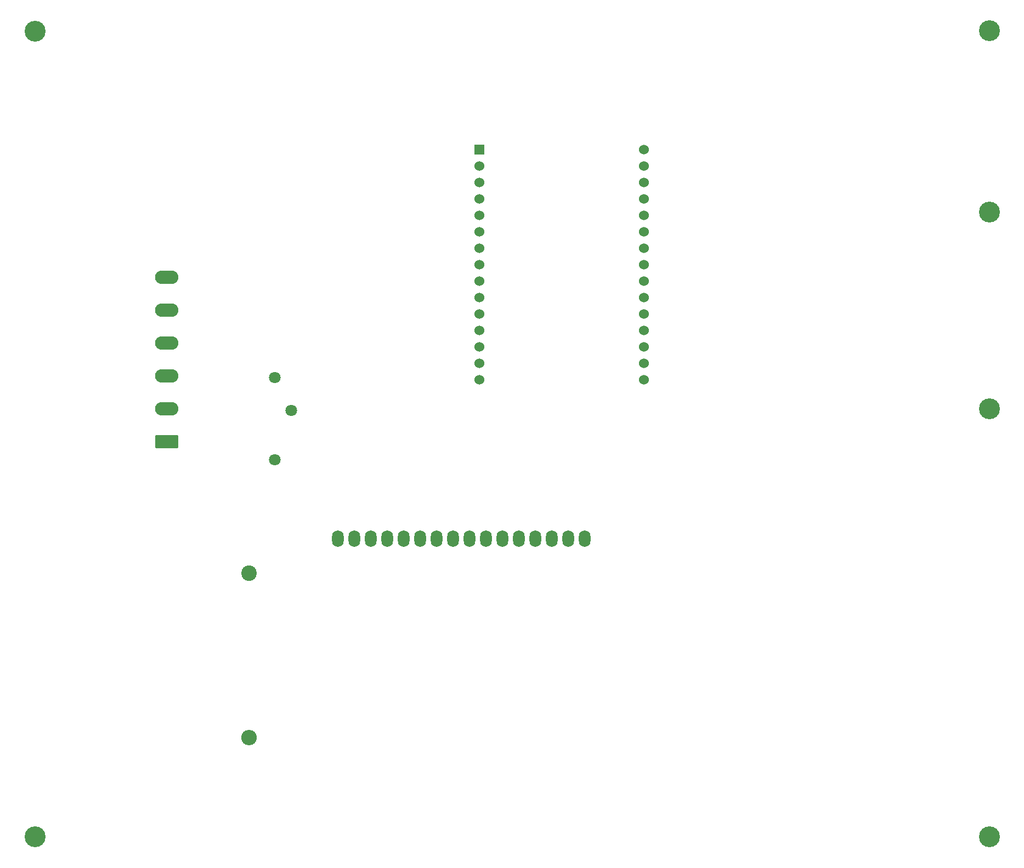
<source format=gts>
%TF.GenerationSoftware,KiCad,Pcbnew,(6.0.11-0)*%
%TF.CreationDate,2023-03-27T16:41:51-06:00*%
%TF.ProjectId,LCD,4c43442e-6b69-4636-9164-5f7063625858,rev?*%
%TF.SameCoordinates,Original*%
%TF.FileFunction,Soldermask,Top*%
%TF.FilePolarity,Negative*%
%FSLAX46Y46*%
G04 Gerber Fmt 4.6, Leading zero omitted, Abs format (unit mm)*
G04 Created by KiCad (PCBNEW (6.0.11-0)) date 2023-03-27 16:41:51*
%MOMM*%
%LPD*%
G01*
G04 APERTURE LIST*
G04 Aperture macros list*
%AMRoundRect*
0 Rectangle with rounded corners*
0 $1 Rounding radius*
0 $2 $3 $4 $5 $6 $7 $8 $9 X,Y pos of 4 corners*
0 Add a 4 corners polygon primitive as box body*
4,1,4,$2,$3,$4,$5,$6,$7,$8,$9,$2,$3,0*
0 Add four circle primitives for the rounded corners*
1,1,$1+$1,$2,$3*
1,1,$1+$1,$4,$5*
1,1,$1+$1,$6,$7*
1,1,$1+$1,$8,$9*
0 Add four rect primitives between the rounded corners*
20,1,$1+$1,$2,$3,$4,$5,0*
20,1,$1+$1,$4,$5,$6,$7,0*
20,1,$1+$1,$6,$7,$8,$9,0*
20,1,$1+$1,$8,$9,$2,$3,0*%
G04 Aperture macros list end*
%ADD10C,3.230000*%
%ADD11C,1.800000*%
%ADD12RoundRect,0.249999X1.550001X-0.790001X1.550001X0.790001X-1.550001X0.790001X-1.550001X-0.790001X0*%
%ADD13O,3.600000X2.080000*%
%ADD14O,1.800000X2.600000*%
%ADD15R,1.524000X1.524000*%
%ADD16C,1.524000*%
%ADD17C,2.400000*%
%ADD18O,2.400000X2.400000*%
G04 APERTURE END LIST*
D10*
X182880000Y-27940000D03*
D11*
X72625000Y-94215000D03*
X75165000Y-86595000D03*
X72625000Y-81515000D03*
D12*
X55880000Y-91440000D03*
D13*
X55880000Y-86360000D03*
X55880000Y-81280000D03*
X55880000Y-76200000D03*
X55880000Y-71120000D03*
X55880000Y-66040000D03*
D10*
X182880000Y-86360000D03*
X182880000Y-55920000D03*
D14*
X82301080Y-106418380D03*
X84841080Y-106418380D03*
X87381080Y-106418380D03*
X89921080Y-106418380D03*
X92461080Y-106418380D03*
X95001080Y-106418380D03*
X97541080Y-106418380D03*
X100081080Y-106418380D03*
X102621080Y-106418380D03*
X105161080Y-106418380D03*
X107701080Y-106418380D03*
X110241080Y-106418380D03*
X112781080Y-106418380D03*
X115321080Y-106418380D03*
X117861080Y-106418380D03*
X120401080Y-106418380D03*
D10*
X35560000Y-152480000D03*
D15*
X104140000Y-46330000D03*
D16*
X104140000Y-48870000D03*
X104140000Y-51410000D03*
X104140000Y-53950000D03*
X104140000Y-56490000D03*
X104140000Y-59030000D03*
X104140000Y-61570000D03*
X104140000Y-64110000D03*
X104140000Y-66650000D03*
X104140000Y-69190000D03*
X104140000Y-71730000D03*
X104140000Y-74270000D03*
X104140000Y-76810000D03*
X104140000Y-79350000D03*
X104140000Y-81890000D03*
X129540000Y-81890000D03*
X129540000Y-79350000D03*
X129540000Y-76810000D03*
X129540000Y-74270000D03*
X129540000Y-71730000D03*
X129540000Y-69190000D03*
X129540000Y-66650000D03*
X129540000Y-64110000D03*
X129540000Y-61570000D03*
X129540000Y-59030000D03*
X129540000Y-56490000D03*
X129540000Y-53950000D03*
X129540000Y-51410000D03*
X129540000Y-48870000D03*
X129540000Y-46330000D03*
D17*
X68580000Y-111760000D03*
D18*
X68580000Y-137160000D03*
D10*
X182880000Y-152440000D03*
X35560000Y-28020000D03*
M02*

</source>
